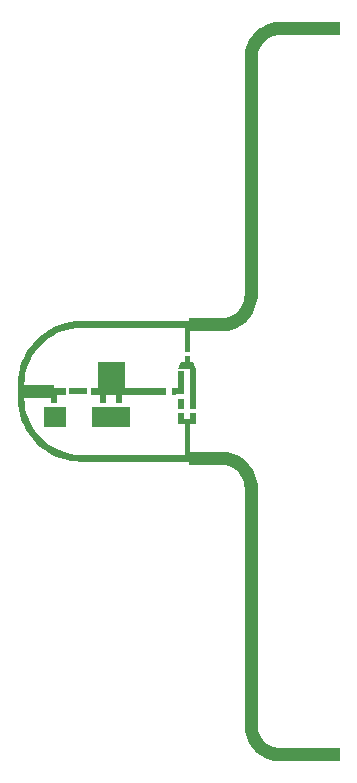
<source format=gtl>
G04 ===== Begin FILE IDENTIFICATION =====*
G04 File Format:  Gerber RS274X*
G04 ===== End FILE IDENTIFICATION =====*
%FSLAX24Y24*%
%MOMM*%
%SFA1.0000B1.0000*%
%OFA0.0B0.0*%
%ADD14R,1.980000X1.770000*%
%ADD15R,3.320000X1.770000*%
%ADD16R,0.540000X0.960000*%
%ADD17R,1.540000X0.540000*%
%LNcond*%
%IPPOS*%
%LPD*%
G75*
G36*
G01X-552700Y-949575D02*
G01X-552300D01*
G03Y-949325I0J125D01*
G01X-552700D01*
G03Y-949575I0J-125D01*
G37*
D14*
X-601500Y-971300D03*
D15*
X-554000D03*
D16*
X-494600Y-959800D03*
D17*
X-581400Y-949450D03*
G36*
G01X-491900Y-932400D02*
G01Y-952000D01*
G01X-499000D01*
G01Y-952150D01*
G01X-501900D01*
G01Y-946750D01*
G01X-496900D01*
G01Y-932400D01*
G01X-491900D01*
G37*
G36*
G01X-541600Y-924150D02*
G01Y-946750D01*
G01X-506900D01*
G01Y-952150D01*
G01X-544600D01*
G01Y-959450D01*
G01X-550000D01*
G01Y-952150D01*
G01X-558000D01*
G01Y-959450D01*
G01X-563400D01*
G01Y-952150D01*
G01X-570700D01*
G01Y-946750D01*
G01X-565170D01*
G01Y-924150D01*
G01X-541600D01*
G37*
G36*
G01X-486600Y-919400D02*
G01Y-924700D01*
G01X-484200D01*
G01X-481500Y-930100D01*
G01Y-964600D01*
G01X-486900D01*
G01Y-930100D01*
G01X-496900D01*
G01X-494200Y-924700D01*
G01X-491000D01*
G01Y-919400D01*
G01X-486600D01*
G37*
G36*
G01X-360200Y-636400D02*
G01Y-647500D01*
G01X-410200D01*
G01X-411895Y-647574D01*
G01X-413577Y-647795D01*
G01X-415234Y-648163D01*
G01X-416852Y-648673D01*
G01X-418420Y-649322D01*
G01X-419925Y-650106D01*
G01X-421356Y-651017D01*
G01X-422702Y-652050D01*
G01X-423953Y-653197D01*
G01X-425100Y-654448D01*
G01X-426133Y-655794D01*
G01X-427044Y-657225D01*
G01X-427828Y-658730D01*
G01X-428477Y-660298D01*
G01X-428987Y-661916D01*
G01X-429355Y-663573D01*
G01X-429576Y-665255D01*
G01X-429650Y-666950D01*
G01Y-867900D01*
G01X-429766Y-870563D01*
G01X-430114Y-873205D01*
G01X-430691Y-875807D01*
G01X-431492Y-878349D01*
G01X-432512Y-880811D01*
G01X-433743Y-883175D01*
G01X-435175Y-885423D01*
G01X-436797Y-887537D01*
G01X-438598Y-889502D01*
G01X-440563Y-891303D01*
G01X-442677Y-892925D01*
G01X-444925Y-894357D01*
G01X-447289Y-895588D01*
G01X-449751Y-896608D01*
G01X-452293Y-897409D01*
G01X-454895Y-897986D01*
G01X-457537Y-898334D01*
G01X-460200Y-898450D01*
G01X-486600D01*
G01Y-916000D01*
G01X-491000D01*
G01Y-895800D01*
G01X-579000D01*
G01X-583192Y-895983D01*
G01X-587352Y-896531D01*
G01X-591449Y-897439D01*
G01X-595451Y-898701D01*
G01X-599328Y-900307D01*
G01X-603050Y-902244D01*
G01X-606589Y-904499D01*
G01X-609918Y-907053D01*
G01X-613012Y-909888D01*
G01X-615847Y-912982D01*
G01X-618401Y-916311D01*
G01X-620656Y-919850D01*
G01X-622593Y-923572D01*
G01X-624199Y-927449D01*
G01X-625461Y-931451D01*
G01X-626369Y-935548D01*
G01X-626917Y-939708D01*
G01X-627100Y-943900D01*
G01X-602100D01*
G01Y-946750D01*
G01X-592100D01*
G01Y-952150D01*
G01X-599400D01*
G01Y-959450D01*
G01X-604800D01*
G01Y-955000D01*
G01X-627100D01*
G01X-626917Y-959192D01*
G01X-626369Y-963352D01*
G01X-625461Y-967449D01*
G01X-624199Y-971451D01*
G01X-622593Y-975328D01*
G01X-620656Y-979050D01*
G01X-618401Y-982589D01*
G01X-615847Y-985918D01*
G01X-613012Y-989012D01*
G01X-609918Y-991847D01*
G01X-606589Y-994401D01*
G01X-603050Y-996656D01*
G01X-599328Y-998593D01*
G01X-595451Y-1000199D01*
G01X-591449Y-1001461D01*
G01X-587352Y-1002369D01*
G01X-583192Y-1002917D01*
G01X-579000Y-1003100D01*
G01X-491000D01*
G01Y-977300D01*
G01X-497300D01*
G01Y-968000D01*
G01X-491900D01*
G01Y-973000D01*
G01X-486900D01*
G01Y-968000D01*
G01X-481500D01*
G01Y-977300D01*
G01X-486900D01*
G01Y-1000450D01*
G01X-460200D01*
G01X-457537Y-1000566D01*
G01X-454895Y-1000914D01*
G01X-452293Y-1001491D01*
G01X-449751Y-1002292D01*
G01X-447289Y-1003312D01*
G01X-444925Y-1004543D01*
G01X-442677Y-1005975D01*
G01X-440563Y-1007597D01*
G01X-438598Y-1009398D01*
G01X-436797Y-1011363D01*
G01X-435175Y-1013477D01*
G01X-433743Y-1015725D01*
G01X-432512Y-1018089D01*
G01X-431492Y-1020551D01*
G01X-430691Y-1023093D01*
G01X-430114Y-1025695D01*
G01X-429766Y-1028337D01*
G01X-429650Y-1031000D01*
G01Y-1231950D01*
G01X-429576Y-1233645D01*
G01X-429355Y-1235327D01*
G01X-428987Y-1236984D01*
G01X-428477Y-1238602D01*
G01X-427828Y-1240170D01*
G01X-427044Y-1241675D01*
G01X-426133Y-1243106D01*
G01X-425100Y-1244452D01*
G01X-423953Y-1245703D01*
G01X-422702Y-1246850D01*
G01X-421356Y-1247883D01*
G01X-419925Y-1248794D01*
G01X-418420Y-1249578D01*
G01X-416852Y-1250227D01*
G01X-415234Y-1250737D01*
G01X-413577Y-1251105D01*
G01X-411895Y-1251326D01*
G01X-410200Y-1251400D01*
G01X-360200D01*
G01Y-1262500D01*
G01X-410200D01*
G01X-412863Y-1262384D01*
G01X-415505Y-1262036D01*
G01X-418107Y-1261459D01*
G01X-420649Y-1260658D01*
G01X-423111Y-1259638D01*
G01X-425475Y-1258407D01*
G01X-427723Y-1256975D01*
G01X-429837Y-1255353D01*
G01X-431802Y-1253552D01*
G01X-433603Y-1251587D01*
G01X-435225Y-1249473D01*
G01X-436657Y-1247225D01*
G01X-437888Y-1244861D01*
G01X-438908Y-1242399D01*
G01X-439709Y-1239857D01*
G01X-440286Y-1237255D01*
G01X-440634Y-1234613D01*
G01X-440750Y-1231950D01*
G01Y-1031000D01*
G01X-440824Y-1029305D01*
G01X-441045Y-1027623D01*
G01X-441413Y-1025966D01*
G01X-441923Y-1024348D01*
G01X-442572Y-1022780D01*
G01X-443356Y-1021275D01*
G01X-444267Y-1019844D01*
G01X-445300Y-1018498D01*
G01X-446447Y-1017247D01*
G01X-447698Y-1016100D01*
G01X-449044Y-1015067D01*
G01X-450475Y-1014156D01*
G01X-451980Y-1013372D01*
G01X-453548Y-1012723D01*
G01X-455166Y-1012213D01*
G01X-456823Y-1011845D01*
G01X-458505Y-1011624D01*
G01X-460200Y-1011550D01*
G01X-488100D01*
G01Y-1008900D01*
G01X-579000D01*
G01X-583698Y-1008695D01*
G01X-588360Y-1008081D01*
G01X-592950Y-1007063D01*
G01X-597435Y-1005649D01*
G01X-601779Y-1003850D01*
G01X-605950Y-1001679D01*
G01X-609916Y-999152D01*
G01X-613646Y-996290D01*
G01X-617113Y-993113D01*
G01X-620290Y-989646D01*
G01X-623152Y-985916D01*
G01X-625679Y-981950D01*
G01X-627850Y-977779D01*
G01X-629649Y-973435D01*
G01X-631063Y-968950D01*
G01X-632081Y-964360D01*
G01X-632695Y-959698D01*
G01X-632900Y-955000D01*
G01Y-943900D01*
G01X-632695Y-939202D01*
G01X-632081Y-934540D01*
G01X-631063Y-929950D01*
G01X-629649Y-925465D01*
G01X-627850Y-921121D01*
G01X-625679Y-916950D01*
G01X-623152Y-912984D01*
G01X-620290Y-909254D01*
G01X-617113Y-905787D01*
G01X-613646Y-902610D01*
G01X-609916Y-899748D01*
G01X-605950Y-897221D01*
G01X-601779Y-895050D01*
G01X-597435Y-893251D01*
G01X-592950Y-891837D01*
G01X-588360Y-890819D01*
G01X-583698Y-890205D01*
G01X-579000Y-890000D01*
G01X-488100D01*
G01Y-887350D01*
G01X-460200D01*
G01X-458505Y-887276D01*
G01X-456823Y-887055D01*
G01X-455166Y-886687D01*
G01X-453548Y-886177D01*
G01X-451980Y-885528D01*
G01X-450475Y-884744D01*
G01X-449044Y-883833D01*
G01X-447698Y-882800D01*
G01X-446447Y-881653D01*
G01X-445300Y-880402D01*
G01X-444267Y-879056D01*
G01X-443356Y-877625D01*
G01X-442572Y-876120D01*
G01X-441923Y-874552D01*
G01X-441413Y-872934D01*
G01X-441045Y-871277D01*
G01X-440824Y-869595D01*
G01X-440750Y-867900D01*
G01Y-666950D01*
G01X-440634Y-664287D01*
G01X-440286Y-661645D01*
G01X-439709Y-659043D01*
G01X-438908Y-656501D01*
G01X-437888Y-654039D01*
G01X-436657Y-651675D01*
G01X-435225Y-649427D01*
G01X-433603Y-647313D01*
G01X-431802Y-645348D01*
G01X-429837Y-643547D01*
G01X-427723Y-641925D01*
G01X-425475Y-640493D01*
G01X-423111Y-639262D01*
G01X-420649Y-638242D01*
G01X-418107Y-637441D01*
G01X-415505Y-636864D01*
G01X-412863Y-636516D01*
G01X-410200Y-636400D01*
G01X-360200D01*
G37*
M02*


</source>
